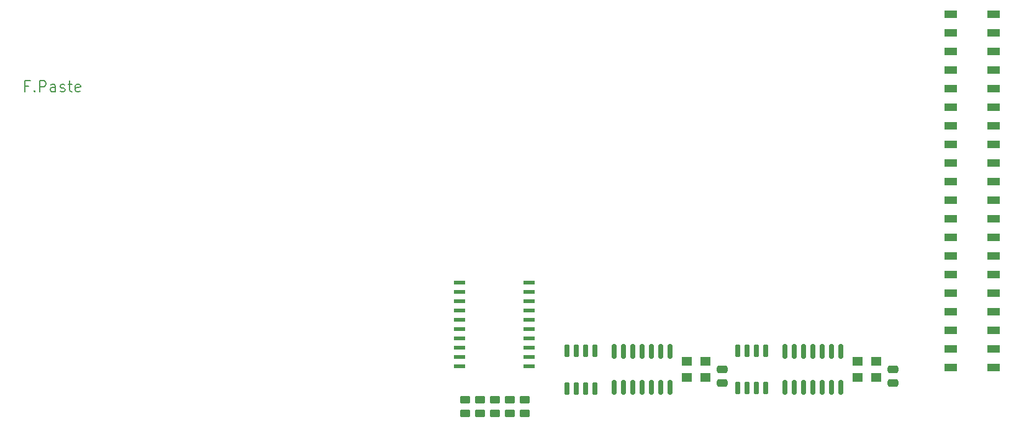
<source format=gbr>
%TF.GenerationSoftware,KiCad,Pcbnew,8.0.4-8.0.4-0~ubuntu22.04.1*%
%TF.CreationDate,2024-08-05T11:30:52-07:00*%
%TF.ProjectId,NX-IndicatorBoard,4e582d49-6e64-4696-9361-746f72426f61,2*%
%TF.SameCoordinates,Original*%
%TF.FileFunction,Paste,Top*%
%TF.FilePolarity,Positive*%
%FSLAX46Y46*%
G04 Gerber Fmt 4.6, Leading zero omitted, Abs format (unit mm)*
G04 Created by KiCad (PCBNEW 8.0.4-8.0.4-0~ubuntu22.04.1) date 2024-08-05 11:30:52*
%MOMM*%
%LPD*%
G01*
G04 APERTURE LIST*
G04 Aperture macros list*
%AMRoundRect*
0 Rectangle with rounded corners*
0 $1 Rounding radius*
0 $2 $3 $4 $5 $6 $7 $8 $9 X,Y pos of 4 corners*
0 Add a 4 corners polygon primitive as box body*
4,1,4,$2,$3,$4,$5,$6,$7,$8,$9,$2,$3,0*
0 Add four circle primitives for the rounded corners*
1,1,$1+$1,$2,$3*
1,1,$1+$1,$4,$5*
1,1,$1+$1,$6,$7*
1,1,$1+$1,$8,$9*
0 Add four rect primitives between the rounded corners*
20,1,$1+$1,$2,$3,$4,$5,0*
20,1,$1+$1,$4,$5,$6,$7,0*
20,1,$1+$1,$6,$7,$8,$9,0*
20,1,$1+$1,$8,$9,$2,$3,0*%
G04 Aperture macros list end*
%ADD10C,0.187500*%
%ADD11RoundRect,0.150000X0.150000X-0.825000X0.150000X0.825000X-0.150000X0.825000X-0.150000X-0.825000X0*%
%ADD12R,1.500000X0.600000*%
%ADD13R,1.400000X1.200000*%
%ADD14RoundRect,0.150000X-0.150000X0.725000X-0.150000X-0.725000X0.150000X-0.725000X0.150000X0.725000X0*%
%ADD15RoundRect,0.250000X0.450000X-0.262500X0.450000X0.262500X-0.450000X0.262500X-0.450000X-0.262500X0*%
%ADD16R,1.780000X1.020000*%
%ADD17RoundRect,0.250000X0.475000X-0.250000X0.475000X0.250000X-0.475000X0.250000X-0.475000X-0.250000X0*%
G04 APERTURE END LIST*
D10*
X29377697Y-65695964D02*
X28877697Y-65695964D01*
X28877697Y-66481678D02*
X28877697Y-64981678D01*
X28877697Y-64981678D02*
X29591983Y-64981678D01*
X30163411Y-66338821D02*
X30234840Y-66410250D01*
X30234840Y-66410250D02*
X30163411Y-66481678D01*
X30163411Y-66481678D02*
X30091983Y-66410250D01*
X30091983Y-66410250D02*
X30163411Y-66338821D01*
X30163411Y-66338821D02*
X30163411Y-66481678D01*
X30877697Y-66481678D02*
X30877697Y-64981678D01*
X30877697Y-64981678D02*
X31449126Y-64981678D01*
X31449126Y-64981678D02*
X31591983Y-65053107D01*
X31591983Y-65053107D02*
X31663412Y-65124535D01*
X31663412Y-65124535D02*
X31734840Y-65267392D01*
X31734840Y-65267392D02*
X31734840Y-65481678D01*
X31734840Y-65481678D02*
X31663412Y-65624535D01*
X31663412Y-65624535D02*
X31591983Y-65695964D01*
X31591983Y-65695964D02*
X31449126Y-65767392D01*
X31449126Y-65767392D02*
X30877697Y-65767392D01*
X33020555Y-66481678D02*
X33020555Y-65695964D01*
X33020555Y-65695964D02*
X32949126Y-65553107D01*
X32949126Y-65553107D02*
X32806269Y-65481678D01*
X32806269Y-65481678D02*
X32520555Y-65481678D01*
X32520555Y-65481678D02*
X32377697Y-65553107D01*
X33020555Y-66410250D02*
X32877697Y-66481678D01*
X32877697Y-66481678D02*
X32520555Y-66481678D01*
X32520555Y-66481678D02*
X32377697Y-66410250D01*
X32377697Y-66410250D02*
X32306269Y-66267392D01*
X32306269Y-66267392D02*
X32306269Y-66124535D01*
X32306269Y-66124535D02*
X32377697Y-65981678D01*
X32377697Y-65981678D02*
X32520555Y-65910250D01*
X32520555Y-65910250D02*
X32877697Y-65910250D01*
X32877697Y-65910250D02*
X33020555Y-65838821D01*
X33663412Y-66410250D02*
X33806269Y-66481678D01*
X33806269Y-66481678D02*
X34091983Y-66481678D01*
X34091983Y-66481678D02*
X34234840Y-66410250D01*
X34234840Y-66410250D02*
X34306269Y-66267392D01*
X34306269Y-66267392D02*
X34306269Y-66195964D01*
X34306269Y-66195964D02*
X34234840Y-66053107D01*
X34234840Y-66053107D02*
X34091983Y-65981678D01*
X34091983Y-65981678D02*
X33877698Y-65981678D01*
X33877698Y-65981678D02*
X33734840Y-65910250D01*
X33734840Y-65910250D02*
X33663412Y-65767392D01*
X33663412Y-65767392D02*
X33663412Y-65695964D01*
X33663412Y-65695964D02*
X33734840Y-65553107D01*
X33734840Y-65553107D02*
X33877698Y-65481678D01*
X33877698Y-65481678D02*
X34091983Y-65481678D01*
X34091983Y-65481678D02*
X34234840Y-65553107D01*
X34734841Y-65481678D02*
X35306269Y-65481678D01*
X34949126Y-64981678D02*
X34949126Y-66267392D01*
X34949126Y-66267392D02*
X35020555Y-66410250D01*
X35020555Y-66410250D02*
X35163412Y-66481678D01*
X35163412Y-66481678D02*
X35306269Y-66481678D01*
X36377698Y-66410250D02*
X36234841Y-66481678D01*
X36234841Y-66481678D02*
X35949127Y-66481678D01*
X35949127Y-66481678D02*
X35806269Y-66410250D01*
X35806269Y-66410250D02*
X35734841Y-66267392D01*
X35734841Y-66267392D02*
X35734841Y-65695964D01*
X35734841Y-65695964D02*
X35806269Y-65553107D01*
X35806269Y-65553107D02*
X35949127Y-65481678D01*
X35949127Y-65481678D02*
X36234841Y-65481678D01*
X36234841Y-65481678D02*
X36377698Y-65553107D01*
X36377698Y-65553107D02*
X36449127Y-65695964D01*
X36449127Y-65695964D02*
X36449127Y-65838821D01*
X36449127Y-65838821D02*
X35734841Y-65981678D01*
D11*
%TO.C,U3*%
X109170500Y-106869000D03*
X110440500Y-106869000D03*
X111710500Y-106869000D03*
X112980500Y-106869000D03*
X114250500Y-106869000D03*
X115520500Y-106869000D03*
X116790500Y-106869000D03*
X116790500Y-101919000D03*
X115520500Y-101919000D03*
X114250500Y-101919000D03*
X112980500Y-101919000D03*
X111710500Y-101919000D03*
X110440500Y-101919000D03*
X109170500Y-101919000D03*
%TD*%
D12*
%TO.C,U1*%
X97612400Y-104013000D03*
X97612400Y-102743000D03*
X97612400Y-101473000D03*
X97612400Y-100203000D03*
X97612400Y-98933000D03*
X97612400Y-97663000D03*
X97612400Y-96393000D03*
X97612400Y-95123000D03*
X97612400Y-93853000D03*
X97612400Y-92583000D03*
X88112400Y-92583000D03*
X88112400Y-93853000D03*
X88112400Y-95123000D03*
X88112400Y-96393000D03*
X88112400Y-97663000D03*
X88112400Y-98933000D03*
X88112400Y-100203000D03*
X88112400Y-101473000D03*
X88112400Y-102743000D03*
X88112400Y-104013000D03*
%TD*%
D13*
%TO.C,U4*%
X121615200Y-103294000D03*
X119075200Y-103294000D03*
X119075200Y-105494000D03*
X121615200Y-105494000D03*
%TD*%
D14*
%TO.C,U5*%
X129819400Y-101844400D03*
X128549400Y-101844400D03*
X127279400Y-101844400D03*
X126009400Y-101844400D03*
X126009400Y-106994400D03*
X127279400Y-106994400D03*
X128549400Y-106994400D03*
X129819400Y-106994400D03*
%TD*%
D15*
%TO.C,R4*%
X94996000Y-110386500D03*
X94996000Y-108561500D03*
%TD*%
D13*
%TO.C,U7*%
X144907000Y-103294000D03*
X142367000Y-103294000D03*
X142367000Y-105494000D03*
X144907000Y-105494000D03*
%TD*%
D16*
%TO.C,J1*%
X160910000Y-104130000D03*
X155090000Y-104130000D03*
X160910000Y-101590000D03*
X155090000Y-101590000D03*
X160910000Y-99050000D03*
X155090000Y-99050000D03*
X160910000Y-96510000D03*
X155090000Y-96510000D03*
X160910000Y-93970000D03*
X155090000Y-93970000D03*
X160910000Y-91430000D03*
X155090000Y-91430000D03*
X160910000Y-88890000D03*
X155090000Y-88890000D03*
X160910000Y-86350000D03*
X155090000Y-86350000D03*
X160910000Y-83810000D03*
X155090000Y-83810000D03*
X160910000Y-81270000D03*
X155090000Y-81270000D03*
X160910000Y-78730000D03*
X155090000Y-78730000D03*
X160910000Y-76190000D03*
X155090000Y-76190000D03*
X160910000Y-73650000D03*
X155090000Y-73650000D03*
X160910000Y-71110000D03*
X155090000Y-71110000D03*
X160910000Y-68570000D03*
X155090000Y-68570000D03*
X160910000Y-66030000D03*
X155090000Y-66030000D03*
X160910000Y-63490000D03*
X155090000Y-63490000D03*
X160910000Y-60950000D03*
X155090000Y-60950000D03*
X160910000Y-58410000D03*
X155090000Y-58410000D03*
X160910000Y-55870000D03*
X155090000Y-55870000D03*
%TD*%
D11*
%TO.C,U6*%
X132461000Y-106869000D03*
X133731000Y-106869000D03*
X135001000Y-106869000D03*
X136271000Y-106869000D03*
X137541000Y-106869000D03*
X138811000Y-106869000D03*
X140081000Y-106869000D03*
X140081000Y-101919000D03*
X138811000Y-101919000D03*
X137541000Y-101919000D03*
X136271000Y-101919000D03*
X135001000Y-101919000D03*
X133731000Y-101919000D03*
X132461000Y-101919000D03*
%TD*%
D15*
%TO.C,R2*%
X90932000Y-110386500D03*
X90932000Y-108561500D03*
%TD*%
%TO.C,R5*%
X97028000Y-110386500D03*
X97028000Y-108561500D03*
%TD*%
D14*
%TO.C,U2*%
X106527600Y-101869800D03*
X105257600Y-101869800D03*
X103987600Y-101869800D03*
X102717600Y-101869800D03*
X102717600Y-107019800D03*
X103987600Y-107019800D03*
X105257600Y-107019800D03*
X106527600Y-107019800D03*
%TD*%
D15*
%TO.C,R3*%
X92964000Y-110386500D03*
X92964000Y-108561500D03*
%TD*%
D17*
%TO.C,C2*%
X147243800Y-106309200D03*
X147243800Y-104409200D03*
%TD*%
D15*
%TO.C,R1*%
X88900000Y-110386500D03*
X88900000Y-108561500D03*
%TD*%
D17*
%TO.C,C1*%
X123952000Y-106309200D03*
X123952000Y-104409200D03*
%TD*%
M02*

</source>
